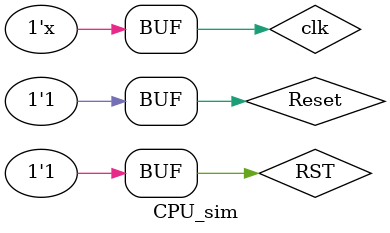
<source format=v>
`timescale 1ns / 1ps


module CPU_sim(
    );
    //input
    reg clk;
    reg RST;
    reg Reset;
    //output
    wire [31:0] selectOutA;
    wire [4:0] WriteReg;
    wire [31:0] selectOutB,WriteData,saExtendResult;
    //ALU
    wire zero;         //¸÷¸ö×é¼þÄ£¿éÖÐµÄoutput¶Ë¿Ú¶¼ÊÇÊä³ö
    wire sign;
    wire [31:0] result;
    //¿ØÖÆÄ£¿é
    wire RegWre,PCWre,ALUSrcB,ALUSrcA,DBDataSrc,RegDst,NRD,NWR;   //Êä³ö¶Ë¿Ú£¬×Ü¹²12¸ö¡®
    wire RegData;
    wire [1:0]ExtSel;
    wire [1:0] PCSrc;
    wire [2:0] ALUOpCode;
    //ÍØÕ¹Ä£¿é
    wire [31:0] extendResult;
    //Ö¸Áî´æ´¢Æ÷
    wire [5:0] op;
    wire [5:0] op2;
    wire [4:0] rs, rt, rd,sa;
    wire [15:0] immediate;
    wire [25:0] addr;
    //PC
    wire [31:0] Address;      
    //RAM
    wire [31:0] Dataout;
    //¼Ä´æÆ÷×é
    wire [31:0] ReadData1;
    wire [31:0] ReadData2; 
    SingleCycleCPU cpu(
    .clk(clk),
    .Reset(Reset),
    .RST(RST),
    //Êý¾ÝÑ¡ÔñÆ÷
    .selectOutA(selectOutA),
    .WriteReg(WriteReg),
    .selectOutB(selectOutB),
    .WriteData(WriteData),
    .saExtendResult(saExtendResult),
    //ALU
    .zero(zero),         //¸÷¸ö×é¼þÄ£¿éÖÐµÄoutput¶Ë¿Ú¶¼ÊÇÊä³ö
    .sign(sign),
    .result(result),
    //¿ØÖÆÄ£¿é
    .RegWre(RegWre),
    .PCWre(PCWre),
    .ALUSrcB(ALUSrcB),
    .ALUSrcA(ALUSrcA),
    .DBDataSrc(DBDataSrc),
    .RegDst(RegDst),
    .NRD(NRD),
    .NWR(NWR),
    .ExtSel(ExtSel),   //Êä³ö¶Ë¿Ú£¬×Ü¹²12¸ö
    .RegData(RegData),
    .PCSrc(PCSrc),
    .ALUOpCode(ALUOpCode),
    //ÍØÕ¹Ä£¿é
    .extendResult(extendResult),
    //Ö¸Áî´æ´¢Æ÷
    .op(op),
    .op2(op2),
    .rs(rs), 
    .rt(rt),
    .rd(rd),
    .sa(sa),
    .immediate(immediate),
    .addr(addr),
    //PC
    .Address(Address),      
    //RAM
    .Dataout(Dataout),
    //¼Ä´æÆ÷×é
    .ReadData1(ReadData1),
    .ReadData2(ReadData2)
    );
    initial begin  
    clk=1; 
    Reset=0;
    RST=0;
    end 
    always #5 clk=~clk; // ÖÜÆÚÎª 10ns 
    initial #3 begin
    RST=1; // ¿ªÊ¼·ÂÕæÊä³ö
    Reset=1;
    end 
endmodule

</source>
